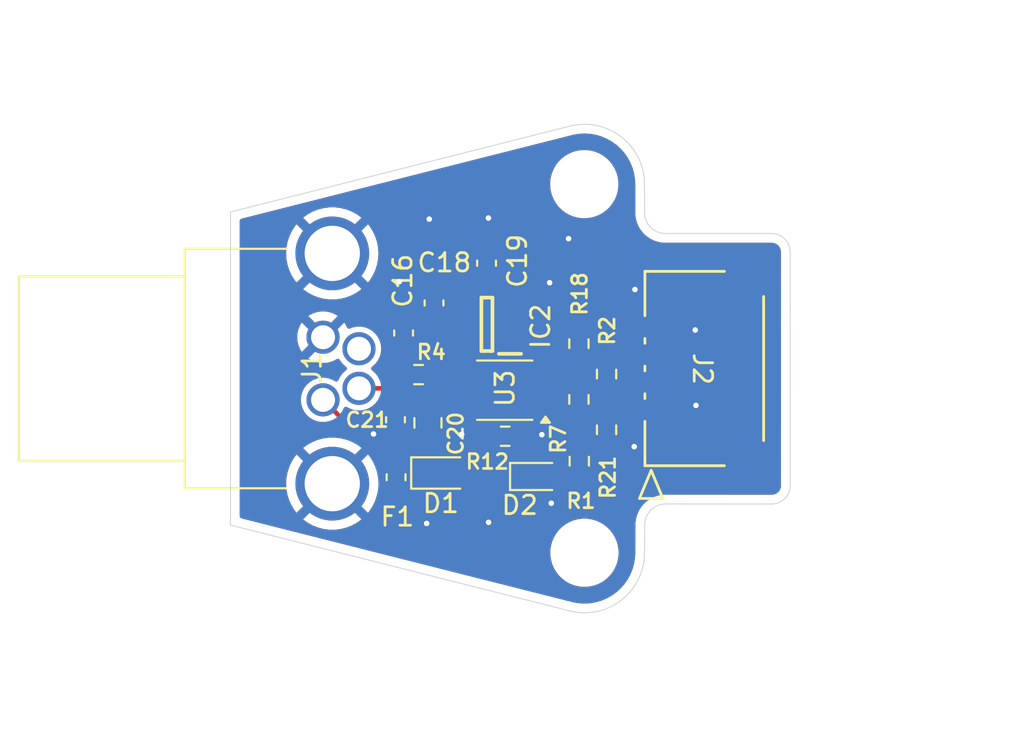
<source format=kicad_pcb>
(kicad_pcb (version 20240108) (generator "pcbnew") (generator_version "8.0")
  (layers (0 "F.Cu" signal) (31 "B.Cu" signal) (34 "B.Paste" user) (35 "F.Paste" user) (36 "B.SilkS" user "B.Silkscreen") (37 "F.SilkS" user "F.Silkscreen") (38 "B.Mask" user) (39 "F.Mask" user) (44 "Edge.Cuts" user))
  (net 0 "")
  (net 1 "+5V")
  (net 2 "GND")
  (net 3 "/Strain_out_f")
  (net 4 "/V_{x}")
  (net 5 "Net-(D2-A)")
  (net 6 "/V_{out,x}")
  (net 7 "/V_{ref}")
  (net 9 "Net-(R12-Pad1)")
  (net 10 "Net-(R12-Pad2)")
  (net 11 "/Strain_in_b")
  (net 12 "/Strain_out_b")
  (net 13 "/Strain_in_f")
  (net 14 "Net-(J1-Pin_1)")
  (footprint "Resistor_SMD:R_0603_1608Metric" (layer "F.Cu") (at 126 60.33 180)
    (property "Reference" "R4" (at -0.69 1.22 180) (layer "F.SilkS") (effects (font (size 0.8 0.8))))
    (property "Value" "5,6k")
    (fp_line (start -0.237258 0.5225) (end 0.237258 0.5225) (stroke (width 0.12)) (layer "F.SilkS"))
    (fp_line (start -0.237258 -0.5225) (end 0.237258 -0.5225) (stroke (width 0.12)) (layer "F.SilkS"))
    (pad "1" smd roundrect (at -0.825 0 180) (size 0.8 0.95) (layers "F.Cu" "F.Paste" "F.Mask") (net 6 "/V_{out,x}"))
    (pad "2" smd roundrect (at 0.825 0 180) (size 0.8 0.95) (layers "F.Cu" "F.Paste" "F.Mask") (net 4 "/V_{x}"))
  )
  (footprint "Resistor_SMD:R_0603_1608Metric" (layer "F.Cu") (at 134.7 58.65 90)
    (property "Reference" "R18" (at 2.7 0.04 90) (layer "F.SilkS") (effects (font (size 0.8 0.8))))
    (property "Value" "330")
    (fp_line (start -0.237258 -0.5225) (end 0.237258 -0.5225) (stroke (width 0.12)) (layer "F.SilkS"))
    (fp_line (start -0.237258 0.5225) (end 0.237258 0.5225) (stroke (width 0.12)) (layer "F.SilkS"))
    (pad "1" smd roundrect (at -0.825 0 90) (size 0.8 0.95) (layers "F.Cu" "F.Paste" "F.Mask") (net 12 "/Strain_out_b"))
    (pad "2" smd roundrect (at 0.825 0 90) (size 0.8 0.95) (layers "F.Cu" "F.Paste" "F.Mask") (net 2 "GND"))
  )
  (footprint "Resistor_SMD:R_0603_1608Metric" (layer "F.Cu") (at 134.72 65.03 -90)
    (property "Reference" "R1" (at 2.16 -0.09 180) (layer "F.SilkS") (effects (font (size 0.8 0.8))))
    (property "Value" "1k")
    (fp_line (start -0.237258 0.5225) (end 0.237258 0.5225) (stroke (width 0.12)) (layer "F.SilkS"))
    (fp_line (start -0.237258 -0.5225) (end 0.237258 -0.5225) (stroke (width 0.12)) (layer "F.SilkS"))
    (pad "1" smd roundrect (at -0.825 0 270) (size 0.8 0.95) (layers "F.Cu" "F.Paste" "F.Mask") (net 1 "+5V"))
    (pad "2" smd roundrect (at 0.825 0 270) (size 0.8 0.95) (layers "F.Cu" "F.Paste" "F.Mask") (net 5 "Net-(D2-A)"))
  )
  (footprint "Resistor_SMD:R_0603_1608Metric" (layer "F.Cu") (at 134.7 61.675 90)
    (property "Reference" "R7" (at -2.155 -1.12 -90) (layer "F.SilkS") (effects (font (size 0.8 0.8))))
    (property "Value" "120")
    (fp_line (start -0.237258 -0.5225) (end 0.237258 -0.5225) (stroke (width 0.12)) (layer "F.SilkS"))
    (fp_line (start -0.237258 0.5225) (end 0.237258 0.5225) (stroke (width 0.12)) (layer "F.SilkS"))
    (pad "1" smd roundrect (at -0.825 0 90) (size 0.8 0.95) (layers "F.Cu" "F.Paste" "F.Mask") (net 13 "/Strain_in_f"))
    (pad "2" smd roundrect (at 0.825 0 90) (size 0.8 0.95) (layers "F.Cu" "F.Paste" "F.Mask") (net 11 "/Strain_in_b"))
  )
  (footprint "Capacitor_SMD:C_0603_1608Metric" (layer "F.Cu") (at 125.19 58.07 90)
    (property "Reference" "C16" (at 2.83 -0.05 90) (layer "F.SilkS"))
    (property "Value" "1u")
    (fp_line (start -0.14058 -0.51) (end 0.14058 -0.51) (stroke (width 0.12)) (layer "F.SilkS"))
    (fp_line (start -0.14058 0.51) (end 0.14058 0.51) (stroke (width 0.12)) (layer "F.SilkS"))
    (pad "1" smd roundrect (at -0.775 0 90) (size 0.9 0.95) (layers "F.Cu" "F.Paste" "F.Mask") (net 4 "/V_{x}"))
    (pad "2" smd roundrect (at 0.775 0 90) (size 0.9 0.95) (layers "F.Cu" "F.Paste" "F.Mask") (net 2 "GND"))
  )
  (footprint "Resistor_SMD:R_0603_1608Metric" (layer "F.Cu") (at 136.2 63.325 90)
    (property "Reference" "R21" (at -2.585 0.07 90) (layer "F.SilkS") (effects (font (size 0.8 0.8))))
    (property "Value" "330")
    (fp_line (start -0.237258 -0.5225) (end 0.237258 -0.5225) (stroke (width 0.12)) (layer "F.SilkS"))
    (fp_line (start -0.237258 0.5225) (end 0.237258 0.5225) (stroke (width 0.12)) (layer "F.SilkS"))
    (pad "1" smd roundrect (at -0.825 0 90) (size 0.8 0.95) (layers "F.Cu" "F.Paste" "F.Mask") (net 1 "+5V"))
    (pad "2" smd roundrect (at 0.825 0 90) (size 0.8 0.95) (layers "F.Cu" "F.Paste" "F.Mask") (net 13 "/Strain_in_f"))
  )
  (footprint "Capacitor_SMD:C_0603_1608Metric" (layer "F.Cu") (at 129.69 54.28 90)
    (property "Reference" "C19" (at 0.12 1.67 90) (layer "F.SilkS"))
    (property "Value" "100n")
    (fp_line (start -0.14058 -0.51) (end 0.14058 -0.51) (stroke (width 0.12)) (layer "F.SilkS"))
    (fp_line (start -0.14058 0.51) (end 0.14058 0.51) (stroke (width 0.12)) (layer "F.SilkS"))
    (pad "1" smd roundrect (at -0.775 0 90) (size 0.9 0.95) (layers "F.Cu" "F.Paste" "F.Mask") (net 1 "+5V"))
    (pad "2" smd roundrect (at 0.775 0 90) (size 0.9 0.95) (layers "F.Cu" "F.Paste" "F.Mask") (net 2 "GND"))
  )
  (footprint "Capacitor_SMD:C_0603_1608Metric" (layer "F.Cu") (at 124.75 62.78 -90)
    (property "Reference" "C21" (at 0.01 1.54 180) (layer "F.SilkS") (effects (font (size 0.8 0.8))))
    (property "Value" "100n")
    (fp_line (start -0.14058 0.51) (end 0.14058 0.51) (stroke (width 0.12)) (layer "F.SilkS"))
    (fp_line (start -0.14058 -0.51) (end 0.14058 -0.51) (stroke (width 0.12)) (layer "F.SilkS"))
    (pad "1" smd roundrect (at -0.775 0 270) (size 0.9 0.95) (layers "F.Cu" "F.Paste" "F.Mask") (net 1 "+5V"))
    (pad "2" smd roundrect (at 0.775 0 270) (size 0.9 0.95) (layers "F.Cu" "F.Paste" "F.Mask") (net 2 "GND"))
  )
  (footprint "footprints:CON_5040500491" (layer "F.Cu") (at 138.62 62.25 -90)
    (property "Reference" "J2" (at -2.229652 -2.790001 -90) (layer "F.SilkS"))
    (property "Value" "Conn_01x06")
    (fp_line (start 4.802987 0.635) (end 3.278987 0) (stroke (width 0.1524)) (layer "F.SilkS"))
    (fp_line (start -7.524991 0.34) (end -5.120041 0.34) (stroke (width 0.1524)) (layer "F.SilkS"))
    (fp_line (start -3.879961 0.34) (end -3.620039 0.34) (stroke (width 0.1524)) (layer "F.SilkS"))
    (fp_line (start -2.379959 0.34) (end -2.12004 0.34) (stroke (width 0.1524)) (layer "F.SilkS"))
    (fp_line (start -0.87996 0.34) (end -0.62004 0.34) (stroke (width 0.1524)) (layer "F.SilkS"))
    (fp_line (start 0.62004 0.34) (end 3.024988 0.34) (stroke (width 0.1524)) (layer "F.SilkS"))
    (fp_line (start 3.024988 0.34) (end 3.024988 -3.96996) (stroke (width 0.1524)) (layer "F.SilkS"))
    (fp_line (start 3.278987 0) (end 4.802987 -0.635) (stroke (width 0.1524)) (layer "F.SilkS"))
    (fp_line (start 4.802987 -0.635) (end 4.802987 0.635) (stroke (width 0.1524)) (layer "F.SilkS"))
    (fp_line (start -7.524991 -3.96996) (end -7.524991 0.34) (stroke (width 0.1524)) (layer "F.SilkS"))
    (fp_line (start 1.660115 -6.1) (end -6.160116 -6.1) (stroke (width 0.1524)) (layer "F.SilkS"))
    (pad "1" smd rect (at 0 0 270) (size 0.6 1) (layers "F.Cu" "F.Paste" "F.Mask") (net 13 "/Strain_in_f"))
    (pad "2" smd rect (at -1.5 0 270) (size 0.6 1) (layers "F.Cu" "F.Paste" "F.Mask") (net 3 "/Strain_out_f"))
    (pad "3" smd rect (at -2.999999 0 270) (size 0.6 1) (layers "F.Cu" "F.Paste" "F.Mask") (net 12 "/Strain_out_b"))
    (pad "4" smd rect (at -4.500001 0 270) (size 0.6 1) (layers "F.Cu" "F.Paste" "F.Mask") (net 11 "/Strain_in_b"))
    (pad "5" smd rect (at -7.105 -5.19 270) (size 1.25 1.8) (layers "F.Cu" "F.Paste" "F.Mask") (net 2 "GND"))
    (pad "5" smd rect (at 2.604999 -5.19 270) (size 1.25 1.8) (layers "F.Cu" "F.Paste" "F.Mask") (net 2 "GND"))
  )
  (footprint "Diode_SMD:D_SOD-323" (layer "F.Cu") (at 127.2125 65.67)
    (property "Reference" "D1" (at -0.0025 1.65 0) (layer "F.SilkS"))
    (property "Value" "BZX384-C6V2,115")
    (fp_line (start -1.61 -0.85) (end -1.61 0.85) (stroke (width 0.12)) (layer "F.SilkS"))
    (fp_line (start -1.61 -0.85) (end 1.05 -0.85) (stroke (width 0.12)) (layer "F.SilkS"))
    (fp_line (start -1.61 0.85) (end 1.05 0.85) (stroke (width 0.12)) (layer "F.SilkS"))
    (pad "1" smd roundrect (at -1.05 0) (size 0.8 0.6) (layers "F.Cu" "F.Paste" "F.Mask") (net 1 "+5V"))
    (pad "2" smd roundrect (at 1.05 0) (size 0.8 0.6) (layers "F.Cu" "F.Paste" "F.Mask") (net 2 "GND"))
  )
  (footprint "LED_SMD:LED_0603_1608Metric" (layer "F.Cu") (at 132.45 65.86)
    (property "Reference" "D2" (at -0.96 1.56 0) (layer "F.SilkS"))
    (property "Value" "LED")
    (fp_line (start -1.485 -0.735) (end -1.485 0.735) (stroke (width 0.12)) (layer "F.SilkS"))
    (fp_line (start -1.485 0.735) (end 0.8 0.735) (stroke (width 0.12)) (layer "F.SilkS"))
    (fp_line (start 0.8 -0.735) (end -1.485 -0.735) (stroke (width 0.12)) (layer "F.SilkS"))
    (pad "1" smd roundrect (at -0.7875 0) (size 0.875 0.95) (layers "F.Cu" "F.Paste" "F.Mask") (net 2 "GND"))
    (pad "2" smd roundrect (at 0.7875 0) (size 0.875 0.95) (layers "F.Cu" "F.Paste" "F.Mask") (net 5 "Net-(D2-A)"))
  )
  (footprint "Fuse:Fuse_0603_1608Metric" (layer "F.Cu") (at 124.78 65.9 -90)
    (property "Reference" "F1" (at 2.15 -0.07 180) (layer "F.SilkS"))
    (property "Value" "120mA")
    (fp_line (start -0.162779 0.51) (end 0.162779 0.51) (stroke (width 0.12)) (layer "F.SilkS"))
    (fp_line (start -0.162779 -0.51) (end 0.162779 -0.51) (stroke (width 0.12)) (layer "F.SilkS"))
    (pad "1" smd roundrect (at -0.7875 0 270) (size 0.875 0.95) (layers "F.Cu" "F.Paste" "F.Mask") (net 14 "Net-(J1-Pin_1)"))
    (pad "2" smd roundrect (at 0.7875 0 270) (size 0.875 0.95) (layers "F.Cu" "F.Paste" "F.Mask") (net 1 "+5V"))
  )
  (footprint "Resistor_SMD:R_0603_1608Metric" (layer "F.Cu") (at 136.2 60.3 90)
    (property "Reference" "R2" (at 2.35 0.04 90) (layer "F.SilkS") (effects (font (size 0.8 0.8) (thickness 0.15) (bold yes))))
    (property "Value" "120")
    (fp_line (start -0.237258 -0.5225) (end 0.237258 -0.5225) (stroke (width 0.12)) (layer "F.SilkS"))
    (fp_line (start -0.237258 0.5225) (end 0.237258 0.5225) (stroke (width 0.12)) (layer "F.SilkS"))
    (pad "1" smd roundrect (at -0.825 0 90) (size 0.8 0.95) (layers "F.Cu" "F.Paste" "F.Mask") (net 3 "/Strain_out_f"))
    (pad "2" smd roundrect (at 0.825 0 90) (size 0.8 0.95) (layers "F.Cu" "F.Paste" "F.Mask") (net 12 "/Strain_out_b"))
  )
  (footprint "FaSTTUBe_connectors:M8_718_4pin_horizontal" (layer "F.Cu") (at 120.82 60 -90)
    (property "Reference" "J1" (at -0.03 0.6 90) (layer "F.SilkS"))
    (property "Value" "Conn_01x03")
    (fp_line (start -5 16.5) (end -5 7.5) (stroke (width 0.12)) (layer "F.SilkS"))
    (fp_line (start 5 16.5) (end -5 16.5) (stroke (width 0.12)) (layer "F.SilkS"))
    (fp_line (start -6.5 7.5) (end -6.5 2) (stroke (width 0.12)) (layer "F.SilkS"))
    (fp_line (start 5 7.5) (end 5 16.5) (stroke (width 0.12)) (layer "F.SilkS"))
    (fp_line (start 6.5 7.5) (end -6.5 7.5) (stroke (width 0.12)) (layer "F.SilkS"))
    (fp_line (start 6.5 2) (end 6.5 7.5) (stroke (width 0.12)) (layer "F.SilkS"))
    (pad "1" thru_hole circle (at 1.7 0 270) (size 1.8 1.8) (drill 1.3) (layers "*.Cu" "*.Mask") (net 14 "Net-(J1-Pin_1)"))
    (pad "2" thru_hole circle (at 1.075 -1.95 270) (size 1.8 1.8) (drill 1.3) (layers "*.Cu" "*.Mask") (net 4 "/V_{x}"))
    (pad "3" thru_hole circle (at -1.7 0 270) (size 1.8 1.8) (drill 1.3) (layers "*.Cu" "*.Mask") (net 2 "GND"))
    (pad "4" thru_hole circle (at -1.075 -1.95 270) (size 1.8 1.8) (drill 1.3) (layers "*.Cu" "*.Mask"))
    (pad "5" thru_hole circle (at -6.25 -0.5 270) (size 4 4) (drill 3) (layers "*.Cu" "*.Mask") (net 2 "GND"))
    (pad "5" thru_hole circle (at 6.25 -0.5 270) (size 4 4) (drill 3) (layers "*.Cu" "*.Mask") (net 2 "GND"))
  )
  (footprint "Capacitor_SMD:C_0805_2012Metric" (layer "F.Cu") (at 126.51 62.95 -90)
    (property "Reference" "C20" (at 0.58 -1.51 90) (layer "F.SilkS") (effects (font (size 0.8 0.8))))
    (property "Value" "10µ")
    (fp_line (start -0.261252 0.735) (end 0.261252 0.735) (stroke (width 0.12)) (layer "F.SilkS"))
    (fp_line (start -0.261252 -0.735) (end 0.261252 -0.735) (stroke (width 0.12)) (layer "F.SilkS"))
    (pad "1" smd roundrect (at -0.95 0 270) (size 1 1.45) (layers "F.Cu" "F.Paste" "F.Mask") (net 1 "+5V"))
    (pad "2" smd roundrect (at 0.95 0 270) (size 1 1.45) (layers "F.Cu" "F.Paste" "F.Mask") (net 2 "GND"))
  )
  (footprint "Resistor_SMD:R_0603_1608Metric" (layer "F.Cu") (at 130.7 63.675 180)
    (property "Reference" "R12" (at 0.97 -1.385 180) (layer "F.SilkS") (effects (font (size 0.8 0.8))))
    (property "Value" "100")
    (fp_line (start -0.237258 0.5225) (end 0.237258 0.5225) (stroke (width 0.12)) (layer "F.SilkS"))
    (fp_line (start -0.237258 -0.5225) (end 0.237258 -0.5225) (stroke (width 0.12)) (layer "F.SilkS"))
    (pad "1" smd roundrect (at -0.825 0 180) (size 0.8 0.95) (layers "F.Cu" "F.Paste" "F.Mask") (net 9 "Net-(R12-Pad1)"))
    (pad "2" smd roundrect (at 0.825 0 180) (size 0.8 0.95) (layers "F.Cu" "F.Paste" "F.Mask") (net 10 "Net-(R12-Pad2)"))
  )
  (footprint "MountingHole:MountingHole_3.2mm_M3" (layer "F.Cu") (at 134.99 49.99)
    (property "Reference" "H1" (hide yes))
    (property "Value" "MountingHole")
    (pad "" np_thru_hole circle (at 0 0) (size 3.2 3.2) (drill 3.2) (layers "*.Cu" "*.Mask"))
  )
  (footprint "Package_SO:MSOP-8_3x3mm_P0.65mm" (layer "F.Cu") (at 130.675 61.175 180)
    (property "Reference" "U3" (at -0.0125 0.1 90) (layer "F.SilkS"))
    (property "Value" "AD623ARMZ")
    (fp_line (start 0 1.61) (end 1.5 1.61) (stroke (width 0.12)) (layer "F.SilkS"))
    (fp_line (start 0 1.61) (end -1.5 1.61) (stroke (width 0.12)) (layer "F.SilkS"))
    (fp_line (start 0 -1.61) (end 1.5 -1.61) (stroke (width 0.12)) (layer "F.SilkS"))
    (fp_line (start 0 -1.61) (end -1.5 -1.61) (stroke (width 0.12)) (layer "F.SilkS"))
    (fp_poly (pts (xy -2.2125 -1.435) (xy -2.4525 -1.765) (xy -1.9725 -1.765) (xy -2.2125 -1.435)) (stroke (width 0.12)) (fill solid) (layer "F.SilkS"))
    (pad "1" smd roundrect (at -2.1125 -0.975 180) (size 1.625 0.4) (layers "F.Cu" "F.Paste" "F.Mask") (net 9 "Net-(R12-Pad1)"))
    (pad "2" smd roundrect (at -2.1125 -0.325 180) (size 1.625 0.4) (layers "F.Cu" "F.Paste" "F.Mask") (net 3 "/Strain_out_f"))
    (pad "3" smd roundrect (at -2.1125 0.325 180) (size 1.625 0.4) (layers "F.Cu" "F.Paste" "F.Mask") (net 11 "/Strain_in_b"))
    (pad "4" smd roundrect (at -2.1125 0.975 180) (size 1.625 0.4) (layers "F.Cu" "F.Paste" "F.Mask") (net 2 "GND"))
    (pad "5" smd roundrect (at 2.1125 0.975 180) (size 1.625 0.4) (layers "F.Cu" "F.Paste" "F.Mask") (net 7 "/V_{ref}"))
    (pad "6" smd roundrect (at 2.1125 0.325 180) (size 1.625 0.4) (layers "F.Cu" "F.Paste" "F.Mask") (net 6 "/V_{out,x}"))
    (pad "7" smd roundrect (at 2.1125 -0.325 180) (size 1.625 0.4) (layers "F.Cu" "F.Paste" "F.Mask") (net 1 "+5V"))
    (pad "8" smd roundrect (at 2.1125 -0.975 180) (size 1.625 0.4) (layers "F.Cu" "F.Paste" "F.Mask") (net 10 "Net-(R12-Pad2)"))
  )
  (footprint "Capacitor_SMD:C_0603_1608Metric" (layer "F.Cu") (at 126.84 56.44 90)
    (property "Reference" "C18" (at 2.19 0.56 180) (layer "F.SilkS"))
    (property "Value" "1µ")
    (fp_line (start -0.14058 -0.51) (end 0.14058 -0.51) (stroke (width 0.12)) (layer "F.SilkS"))
    (fp_line (start -0.14058 0.51) (end 0.14058 0.51) (stroke (width 0.12)) (layer "F.SilkS"))
    (pad "1" smd roundrect (at -0.775 0 90) (size 0.9 0.95) (layers "F.Cu" "F.Paste" "F.Mask") (net 7 "/V_{ref}"))
    (pad "2" smd roundrect (at 0.775 0 90) (size 0.9 0.95) (layers "F.Cu" "F.Paste" "F.Mask") (net 2 "GND"))
  )
  (footprint "SLS:SOT95P280X145-6N" (layer "F.Cu") (at 129.71 57.6 180)
    (property "Reference" "IC2" (at -2.91 -0.11 -90) (layer "F.SilkS"))
    (property "Value" "REF35250QDBVR" (hide yes))
    (fp_line (start 0.3 1.45) (end -0.3 1.45) (stroke (width 0.2)) (layer "F.SilkS"))
    (fp_line (start 0.3 -1.45) (end 0.3 1.45) (stroke (width 0.2)) (layer "F.SilkS"))
    (fp_line (start -0.3 1.45) (end -0.3 -1.45) (stroke (width 0.2)) (layer "F.SilkS"))
    (fp_line (start -0.3 -1.45) (end 0.3 -1.45) (stroke (width 0.2)) (layer "F.SilkS"))
    (fp_line (start -1.85 -1.6) (end -0.65 -1.6) (stroke (width 0.2)) (layer "F.SilkS"))
    (pad "1" smd rect (at -1.25 -0.95 270) (size 0.6 1.2) (layers "F.Cu" "F.Paste" "F.Mask") (net 2 "GND"))
    (pad "2" smd rect (at -1.25 0 270) (size 0.6 1.2) (layers "F.Cu" "F.Paste" "F.Mask") (net 2 "GND"))
    (pad "3" smd rect (at -1.25 0.95 270) (size 0.6 1.2) (layers "F.Cu" "F.Paste" "F.Mask") (net 1 "+5V"))
    (pad "4" smd rect (at 1.25 0.95 270) (size 0.6 1.2) (layers "F.Cu" "F.Paste" "F.Mask") (net 1 "+5V"))
    (pad "5" smd rect (at 1.25 0 270) (size 0.6 1.2) (layers "F.Cu" "F.Paste" "F.Mask"))
    (pad "6" smd rect (at 1.25 -0.95 270) (size 0.6 1.2) (layers "F.Cu" "F.Paste" "F.Mask") (net 7 "/V_{ref}"))
  )
  (footprint "MountingHole:MountingHole_3.2mm_M3" (layer "F.Cu") (at 135 70)
    (property "Reference" "H2" (hide yes))
    (property "Value" "MountingHole")
    (pad "" np_thru_hole circle (at 0 0) (size 3.2 3.2) (drill 3.2) (layers "*.Cu" "*.Mask"))
  )
  (gr_line (start 138.258135 50) (end 138.260001 51.520252) (stroke (width 0.05)) (layer "Edge.Cuts"))
  (gr_arc (start 134.30017 46.817912) (mid 137.041483 47.460749) (end 138.258135 50) (stroke (width 0.05)) (layer "Edge.Cuts"))
  (gr_line (start 115.8 51.5) (end 134.30017 46.817912) (stroke (width 0.05)) (layer "Edge.Cuts"))
  (gr_line (start 139.358906 52.67) (end 145.16 52.67) (stroke (width 0.05)) (layer "Edge.Cuts"))
  (gr_arc (start 145.16 52.67) (mid 145.867107 52.962893) (end 146.16 53.67) (stroke (width 0.05)) (layer "Edge.Cuts"))
  (gr_arc (start 146.162893 66.352893) (mid 145.87 67.06) (end 145.162893 67.352893) (stroke (width 0.05)) (layer "Edge.Cuts"))
  (gr_arc (start 138.258135 70) (mid 137.041483 72.53925) (end 134.30017 73.182088) (stroke (width 0.05)) (layer "Edge.Cuts"))
  (gr_line (start 115.8 68.5) (end 134.3 73.182863) (stroke (width 0.05)) (layer "Edge.Cuts"))
  (gr_line (start 115.8 51.5) (end 115.8 68.5) (stroke (width 0.05)) (layer "Edge.Cuts"))
  (gr_line (start 138.258135 70) (end 138.270001 68.5) (stroke (width 0.05)) (layer "Edge.Cuts"))
  (gr_arc (start 139.358906 52.67) (mid 138.572985 52.321138) (end 138.260001 51.520252) (stroke (width 0.05)) (layer "Edge.Cuts"))
  (gr_line (start 146.162892 66.343089) (end 146.16 53.67) (stroke (width 0.05)) (layer "Edge.Cuts"))
  (gr_arc (start 138.270001 68.5) (mid 138.582984 67.699114) (end 139.368906 67.350252) (stroke (width 0.05)) (layer "Edge.Cuts"))
  (gr_line (start 139.368906 67.350252) (end 145.162893 67.352893) (stroke (width 0.05)) (layer "Edge.Cuts"))
  (segment (start 130.71 62.48) (end 130.71 59.84) (width 0.25) (layer "F.Cu") (net 1))
  (segment (start 136.2 64.15) (end 134.775 64.15) (width 0.25) (layer "F.Cu") (net 1))
  (segment (start 126.51 62) (end 124.755 62) (width 0.25) (layer "F.Cu") (net 1))
  (segment (start 130.248004 64.725) (end 130.273004 64.7) (width 0.25) (layer "F.Cu") (net 1))
  (segment (start 129.69 58.83) (end 129.69 55.055) (width 0.25) (layer "F.Cu") (net 1))
  (segment (start 124.78 66.6875) (end 125.145 66.6875) (width 0.25) (layer "F.Cu") (net 1))
  (segment (start 130.71 59.84) (end 130.4 59.53) (width 0.25) (layer "F.Cu") (net 1))
  (segment (start 127.01 61.5) (end 126.51 62) (width 0.25) (layer "F.Cu") (net 1))
  (segment (start 130.71 64.263004) (end 130.71 62.48) (width 0.25) (layer "F.Cu") (net 1))
  (segment (start 128.5625 61.5) (end 129.73 61.5) (width 0.25) (layer "F.Cu") (net 1))
  (segment (start 127.1075 64.725) (end 130.248004 64.725) (width 0.25) (layer "F.Cu") (net 1))
  (segment (start 129.73 61.5) (end 130.71 62.48) (width 0.25) (layer "F.Cu") (net 1))
  (segment (start 130.39 59.53) (end 129.69 58.83) (width 0.25) (layer "F.Cu") (net 1))
  (segment (start 134.775 64.15) (end 134.72 64.205) (width 0.25) (layer "F.Cu") (net 1))
  (segment (start 130.96 56.65) (end 130.96 56.325) (width 0.25) (layer "F.Cu") (net 1))
  (segment (start 124.755 62) (end 124.75 62.005) (width 0.25) (layer "F.Cu") (net 1))
  (segment (start 130.96 56.325) (end 129.69 55.055) (width 0.25) (layer "F.Cu") (net 1))
  (segment (start 134.195 64.73) (end 130.303004 64.73) (width 0.25) (layer "F.Cu") (net 1))
  (segment (start 130.273004 64.7) (end 130.71 64.263004) (width 0.25) (layer "F.Cu") (net 1))
  (segment (start 126.1625 65.67) (end 127.1075 64.725) (width 0.25) (layer "F.Cu") (net 1))
  (segment (start 128.46 56.65) (end 128.46 56.285) (width 0.25) (layer "F.Cu") (net 1))
  (segment (start 128.46 56.285) (end 129.69 55.055) (width 0.25) (layer "F.Cu") (net 1))
  (segment (start 125.145 66.6875) (end 126.1625 65.67) (width 0.25) (layer "F.Cu") (net 1))
  (segment (start 130.4 59.53) (end 130.39 59.53) (width 0.25) (layer "F.Cu") (net 1))
  (segment (start 128.5625 61.5) (end 127.01 61.5) (width 0.25) (layer "F.Cu") (net 1))
  (segment (start 134.72 64.205) (end 134.195 64.73) (width 0.25) (layer "F.Cu") (net 1))
  (segment (start 126.51 63.9) (end 128.01 63.9) (width 0.25) (layer "F.Cu") (net 2))
  (segment (start 128.01 63.9) (end 128.34 63.57) (width 0.25) (layer "F.Cu") (net 2))
  (segment (start 123.556942 63.553058) (end 123.558884 63.555) (width 0.25) (layer "F.Cu") (net 2))
  (segment (start 123.558884 63.555) (end 124.75 63.555) (width 0.25) (layer "F.Cu") (net 2))
  (via (at 133.2 67.31) (size 0.6) (drill 0.3) (layers "F.Cu" "B.Cu") (net 2))
  (via (at 137.7 64.24) (size 0.6) (drill 0.3) (layers "F.Cu" "B.Cu") (net 2))
  (via (at 133.11 55.34) (size 0.6) (drill 0.3) (layers "F.Cu" "B.Cu") (net 2))
  (via (at 128.34 63.57) (size 0.6) (drill 0.3) (layers "F.Cu" "B.Cu") (net 2))
  (via (at 141.05 62) (size 0.6) (drill 0.3) (layers "F.Cu" "B.Cu") (net 2))
  (via (at 126.44 68.41) (size 0.6) (drill 0.3) (layers "F.Cu" "B.Cu") (net 2))
  (via (at 129.8 68.35) (size 0.6) (drill 0.3) (layers "F.Cu" "B.Cu") (net 2))
  (via (at 123.556942 63.553058) (size 0.6) (drill 0.3) (layers "F.Cu" "B.Cu") (net 2))
  (via (at 129.79 51.83) (size 0.6) (drill 0.3) (layers "F.Cu" "B.Cu") (net 2))
  (via (at 124.96 55.28) (size 0.6) (drill 0.3) (layers "F.Cu" "B.Cu") (net 2))
  (via (at 126.58 51.89) (size 0.6) (drill 0.3) (layers "F.Cu" "B.Cu") (net 2))
  (via (at 141.01 57.91) (size 0.6) (drill 0.3) (layers "F.Cu" "B.Cu") (net 2))
  (via (at 132.69 63.59) (size 0.6) (drill 0.3) (layers "F.Cu" "B.Cu") (net 2))
  (via (at 134.14 52.95) (size 0.6) (drill 0.3) (layers "F.Cu" "B.Cu") (net 2))
  (via (at 137.74 55.71) (size 0.6) (drill 0.3) (layers "F.Cu" "B.Cu") (net 2))
  (segment (start 135.65 61.675) (end 136.2 61.125) (width 0.25) (layer "F.Cu") (net 3))
  (segment (start 133.553812 61.5) (end 133.728812 61.675) (width 0.25) (layer "F.Cu") (net 3))
  (segment (start 132.7875 61.5) (end 133.553812 61.5) (width 0.25) (layer "F.Cu") (net 3))
  (segment (start 138.245 61.125) (end 138.62 60.75) (width 0.25) (layer "F.Cu") (net 3))
  (segment (start 133.728812 61.675) (end 135.65 61.675) (width 0.25) (layer "F.Cu") (net 3))
  (segment (start 136.2 61.125) (end 138.245 61.125) (width 0.25) (layer "F.Cu") (net 3))
  (segment (start 125.175 60.33) (end 125.175 58.86) (width 0.25) (layer "F.Cu") (net 4))
  (segment (start 125.175 58.86) (end 125.19 58.845) (width 0.25) (layer "F.Cu") (net 4))
  (segment (start 124.43 61.075) (end 125.175 60.33) (width 0.25) (layer "F.Cu") (net 4))
  (segment (start 122.77 61.075) (end 124.43 61.075) (width 0.25) (layer "F.Cu") (net 4))
  (segment (start 133.2425 65.855) (end 133.2375 65.86) (width 0.25) (layer "F.Cu") (net 5))
  (segment (start 134.72 65.855) (end 133.2425 65.855) (width 0.25) (layer "F.Cu") (net 5))
  (segment (start 127.345 60.85) (end 126.825 60.33) (width 0.25) (layer "F.Cu") (net 6))
  (segment (start 128.5625 60.85) (end 127.345 60.85) (width 0.25) (layer "F.Cu") (net 6))
  (segment (start 127.86 58.55) (end 128.46 58.55) (width 0.25) (layer "F.Cu") (net 7))
  (segment (start 128.46 58.55) (end 128.46 60.0975) (width 0.25) (layer "F.Cu") (net 7))
  (segment (start 126.84 57.53) (end 127.86 58.55) (width 0.25) (layer "F.Cu") (net 7))
  (segment (start 126.84 57.215) (end 126.84 57.53) (width 0.25) (layer "F.Cu") (net 7))
  (segment (start 128.46 60.0975) (end 128.5625 60.2) (width 0.25) (layer "F.Cu") (net 7))
  (segment (start 131.525 63.675) (end 131.525 63.4125) (width 0.25) (layer "F.Cu") (net 9))
  (segment (start 131.525 63.4125) (end 132.7875 62.15) (width 0.25) (layer "F.Cu") (net 9))
  (segment (start 131.475 63.7) (end 131.475 63.4625) (width 0.25) (layer "F.Cu") (net 9))
  (segment (start 129.875 63.675) (end 129.875 63.4625) (width 0.25) (layer "F.Cu") (net 10))
  (segment (start 129.875 63.4625) (end 128.5625 62.15) (width 0.25) (layer "F.Cu") (net 10))
  (segment (start 132.7875 60.85) (end 134.7 60.85) (width 0.25) (layer "F.Cu") (net 11))
  (segment (start 137.919999 58.45) (end 135.74 58.45) (width 0.25) (layer "F.Cu") (net 11))
  (segment (start 134.201996 58.75) (end 133.851906 59.10009) (width 0.25) (layer "F.Cu") (net 11))
  (segment (start 135.44 58.75) (end 134.201996 58.75) (width 0.25) (layer "F.Cu") (net 11))
  (segment (start 134.7 60.7) (end 134.7 60.85) (width 0.25) (layer "F.Cu") (net 11))
  (segment (start 133.851906 59.10009) (end 133.851906 59.851906) (width 0.25) (layer "F.Cu") (net 11))
  (segment (start 138.62 57.749999) (end 137.919999 58.45) (width 0.25) (layer "F.Cu") (net 11))
  (segment (start 135.74 58.45) (end 135.44 58.75) (width 0.25) (layer "F.Cu") (net 11))
  (segment (start 133.851906 59.851906) (end 134.7 60.7) (width 0.25) (layer "F.Cu") (net 11))
  (segment (start 138.395001 59.475) (end 136.2 59.475) (width 0.25) (layer "F.Cu") (net 12))
  (segment (start 138.62 59.250001) (end 138.395001 59.475) (width 0.25) (layer "F.Cu") (net 12))
  (segment (start 136.2 59.475) (end 134.7 59.475) (width 0.25) (layer "F.Cu") (net 12))
  (segment (start 138.62 62.25) (end 138.37 62.5) (width 0.25) (layer "F.Cu") (net 13))
  (segment (start 136.2 62.5) (end 134.7 62.5) (width 0.25) (layer "F.Cu") (net 13))
  (segment (start 138.37 62.5) (end 136.2 62.5) (width 0.25) (layer "F.Cu") (net 13))
  (segment (start 124.2325 65.1125) (end 124.78 65.1125) (width 0.25) (layer "F.Cu") (net 14))
  (segment (start 120.82 61.7) (end 124.2325 65.1125) (width 0.25) (layer "F.Cu") (net 14))
  (zone (net 2) (net_name "GND") (layers "F&B.Cu") (priority 1) (connect_pads (clearance 0.3)) (min_thickness 0.25) (fill yes (thermal_gap 0.5) (thermal_bridge_width 0.5))
    (polygon (pts (xy 148.28 75.07) (xy 113.47 75.01) (xy 113.6 43.84) (xy 148.9 44.34)))
  )
)
</source>
